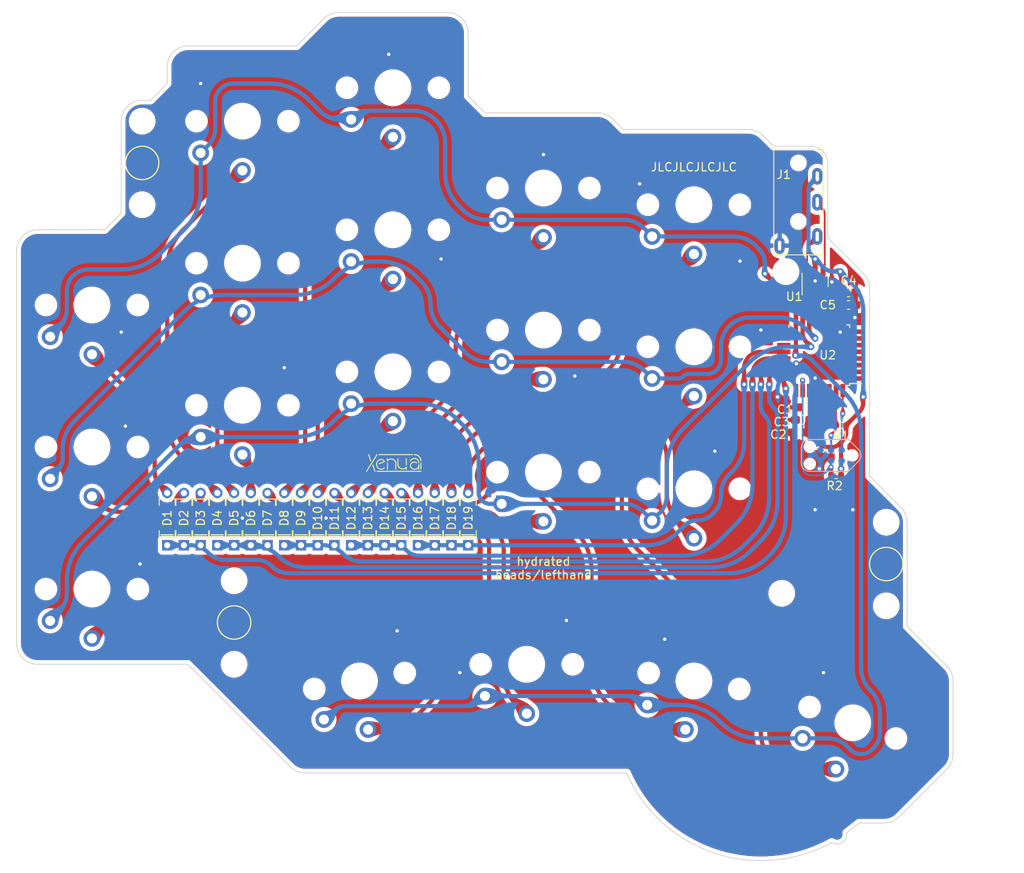
<source format=kicad_pcb>
(kicad_pcb (version 20211014) (generator pcbnew)

  (general
    (thickness 1.6)
  )

  (paper "A4")
  (layers
    (0 "F.Cu" signal)
    (31 "B.Cu" signal)
    (32 "B.Adhes" user "B.Adhesive")
    (33 "F.Adhes" user "F.Adhesive")
    (34 "B.Paste" user)
    (35 "F.Paste" user)
    (36 "B.SilkS" user "B.Silkscreen")
    (37 "F.SilkS" user "F.Silkscreen")
    (38 "B.Mask" user)
    (39 "F.Mask" user)
    (40 "Dwgs.User" user "User.Drawings")
    (41 "Cmts.User" user "User.Comments")
    (42 "Eco1.User" user "User.Eco1")
    (43 "Eco2.User" user "User.Eco2")
    (44 "Edge.Cuts" user)
    (45 "Margin" user)
    (46 "B.CrtYd" user "B.Courtyard")
    (47 "F.CrtYd" user "F.Courtyard")
    (48 "B.Fab" user)
    (49 "F.Fab" user)
    (50 "User.1" user)
    (51 "User.2" user)
    (52 "User.3" user)
    (53 "User.4" user)
    (54 "User.5" user)
    (55 "User.6" user)
    (56 "User.7" user)
    (57 "User.8" user)
    (58 "User.9" user)
  )

  (setup
    (stackup
      (layer "F.SilkS" (type "Top Silk Screen"))
      (layer "F.Paste" (type "Top Solder Paste"))
      (layer "F.Mask" (type "Top Solder Mask") (thickness 0.01))
      (layer "F.Cu" (type "copper") (thickness 0.035))
      (layer "dielectric 1" (type "core") (thickness 1.51) (material "FR4") (epsilon_r 4.5) (loss_tangent 0.02))
      (layer "B.Cu" (type "copper") (thickness 0.035))
      (layer "B.Mask" (type "Bottom Solder Mask") (thickness 0.01))
      (layer "B.Paste" (type "Bottom Solder Paste"))
      (layer "B.SilkS" (type "Bottom Silk Screen"))
      (copper_finish "None")
      (dielectric_constraints no)
    )
    (pad_to_mask_clearance 0)
    (pcbplotparams
      (layerselection 0x00010fc_ffffffff)
      (disableapertmacros false)
      (usegerberextensions false)
      (usegerberattributes true)
      (usegerberadvancedattributes true)
      (creategerberjobfile true)
      (svguseinch false)
      (svgprecision 6)
      (excludeedgelayer true)
      (plotframeref false)
      (viasonmask false)
      (mode 1)
      (useauxorigin false)
      (hpglpennumber 1)
      (hpglpenspeed 20)
      (hpglpendiameter 15.000000)
      (dxfpolygonmode true)
      (dxfimperialunits true)
      (dxfusepcbnewfont true)
      (psnegative false)
      (psa4output false)
      (plotreference true)
      (plotvalue true)
      (plotinvisibletext false)
      (sketchpadsonfab false)
      (subtractmaskfromsilk false)
      (outputformat 1)
      (mirror false)
      (drillshape 1)
      (scaleselection 1)
      (outputdirectory "")
    )
  )

  (net 0 "")
  (net 1 "GND")
  (net 2 "Net-(C1-Pad2)")
  (net 3 "+3V3")
  (net 4 "C_PINKY")
  (net 5 "Net-(D1-Pad2)")
  (net 6 "Net-(D2-Pad2)")
  (net 7 "Net-(D3-Pad2)")
  (net 8 "C_RING")
  (net 9 "Net-(D4-Pad2)")
  (net 10 "Net-(D5-Pad2)")
  (net 11 "Net-(D6-Pad2)")
  (net 12 "Net-(D7-Pad2)")
  (net 13 "C_MIDDLE")
  (net 14 "Net-(D8-Pad2)")
  (net 15 "Net-(D9-Pad2)")
  (net 16 "Net-(D10-Pad2)")
  (net 17 "Net-(D11-Pad2)")
  (net 18 "C_INDEX")
  (net 19 "Net-(D12-Pad2)")
  (net 20 "Net-(D13-Pad2)")
  (net 21 "Net-(D14-Pad2)")
  (net 22 "Net-(D15-Pad2)")
  (net 23 "C_INNER")
  (net 24 "Net-(D16-Pad2)")
  (net 25 "Net-(D17-Pad2)")
  (net 26 "Net-(D18-Pad2)")
  (net 27 "Net-(D19-Pad2)")
  (net 28 "/SWDIO")
  (net 29 "/RST")
  (net 30 "/SWCLK")
  (net 31 "unconnected-(J2-Pad6)")
  (net 32 "R_TOP")
  (net 33 "R_HOME")
  (net 34 "R_BOTTOM")
  (net 35 "R_THUMB")
  (net 36 "/SDA")
  (net 37 "Net-(J1-PadR2)")
  (net 38 "Net-(J1-PadR1)")
  (net 39 "unconnected-(U2-Pad1)")
  (net 40 "unconnected-(U2-Pad2)")
  (net 41 "unconnected-(U2-Pad3)")
  (net 42 "unconnected-(U2-Pad4)")
  (net 43 "unconnected-(U2-Pad5)")
  (net 44 "unconnected-(U2-Pad6)")
  (net 45 "unconnected-(U2-Pad7)")
  (net 46 "unconnected-(U2-Pad8)")
  (net 47 "/SCL")
  (net 48 "unconnected-(U2-Pad25)")
  (net 49 "unconnected-(U2-Pad27)")
  (net 50 "unconnected-(U2-Pad17)")
  (net 51 "unconnected-(U2-Pad18)")
  (net 52 "unconnected-(U2-Pad19)")

  (footprint "Resistor_SMD:R_0402_1005Metric_Pad0.72x0.64mm_HandSolder" (layer "F.Cu") (at 223 81.4))

  (footprint "MountingHole:MountingHole_2.2mm_M2_DIN965" (layer "F.Cu") (at 140 39))

  (footprint "mbk:Choc-1u-solder" (layer "F.Cu") (at 170 52))

  (footprint "mbk:Choc-1u-solder" (layer "F.Cu") (at 206 66))

  (footprint "mbk:Choc-1u-solder" (layer "F.Cu") (at 225 111 -20))

  (footprint "1N4148:DIOAD829W49L456D191" (layer "F.Cu") (at 173 86.5 90))

  (footprint "mbk:Choc-1u-solder" (layer "F.Cu") (at 152 39))

  (footprint "1N4148:DIOAD829W49L456D191" (layer "F.Cu") (at 169 86.5 90))

  (footprint "mbk:Choc-1u-solder" (layer "F.Cu") (at 152 73))

  (footprint "Package_QFP:TQFP-32_7x7mm_P0.8mm" (layer "F.Cu") (at 221 67 180))

  (footprint "Capacitor_SMD:C_0603_1608Metric_Pad1.08x0.95mm_HandSolder" (layer "F.Cu") (at 224.5 59.5))

  (footprint "mbk:Choc-1u-solder" (layer "F.Cu") (at 188 64))

  (footprint "mbk:Choc-1u-solder" (layer "F.Cu") (at 166 106 10))

  (footprint "MountingHole:MountingHole_2.2mm_M2_DIN965" (layer "F.Cu") (at 151 94))

  (footprint "mbk:Choc-1u-solder" (layer "F.Cu") (at 188 47))

  (footprint "1N4148:DIOAD829W49L456D191" (layer "F.Cu") (at 147 86.5 90))

  (footprint "mbk:Choc-1u-solder" (layer "F.Cu") (at 188 81))

  (footprint "Package_TO_SOT_SMD:SOT-23-6" (layer "F.Cu") (at 220.5 58 90))

  (footprint "MountingHole:MountingHole_2.2mm_M2_DIN965" (layer "F.Cu") (at 217 57))

  (footprint "MountingHole:MountingHole_2.2mm_M2_DIN965" (layer "F.Cu") (at 151 104))

  (footprint "1N4148:DIOAD829W49L456D191" (layer "F.Cu") (at 163 86.5 90))

  (footprint "MountingHole:MountingHole_2.2mm_M2_DIN965" (layer "F.Cu") (at 140 49))

  (footprint "1N4148:DIOAD829W49L456D191" (layer "F.Cu") (at 179 86.5 90))

  (footprint "pj320a:Jack_3.5mm_PJ320A_Horizontal" (layer "F.Cu") (at 218.5 44 -90))

  (footprint "mbk:Choc-1u-solder" (layer "F.Cu") (at 152 56))

  (footprint "MountingHole:MountingHole_2.2mm_M2_DIN965" (layer "F.Cu") (at 229 87))

  (footprint "xenua:sig" (layer "F.Cu") (at 166.845 80.905167))

  (footprint "1N4148:DIOAD829W49L456D191" (layer "F.Cu") (at 161 86.5 90))

  (footprint "Capacitor_SMD:C_0603_1608Metric_Pad1.08x0.95mm_HandSolder" (layer "F.Cu") (at 218.6 76.25 180))

  (footprint "mbk:Choc-1u-solder" (layer "F.Cu") (at 134 61))

  (footprint "MountingHole:MountingHole_2.2mm_M2_DIN965" (layer "F.Cu") (at 229 97))

  (footprint "Capacitor_SMD:C_0603_1608Metric_Pad1.08x0.95mm_HandSolder" (layer "F.Cu") (at 224.5 61))

  (footprint "1N4148:DIOAD829W49L456D191" (layer "F.Cu") (at 155 86.5 90))

  (footprint "1N4148:DIOAD829W49L456D191" (layer "F.Cu") (at 165 86.5 90))

  (footprint "Capacitor_SMD:C_0603_1608Metric_Pad1.08x0.95mm_HandSolder" (layer "F.Cu") (at 219.4 73.25))

  (footprint "mbk:Choc-1u-solder" (layer "F.Cu") (at 206 106 -10))

  (footprint "mbk:Choc-1u-solder" (layer "F.Cu") (at 134 95))

  (footprint "1N4148:DIOAD829W49L456D191" (layer "F.Cu") (at 175 86.5 90))

  (footprint "mbk:Choc-1u-solder" (layer "F.Cu") (at 186 104))

  (footprint "mbk:Choc-1u-solder" (layer "F.Cu") (at 206 83))

  (footprint "mbk:Choc-1u-solder" (layer "F.Cu") (at 206 49))

  (footprint "1N4148:DIOAD829W49L456D191" (layer "F.Cu") (at 159 86.5 90))

  (footprint "mbk:Choc-1u-solder" (layer "F.Cu") (at 170 69))

  (footprint "1N4148:DIOAD829W49L456D191" (layer "F.Cu") (at 177 86.5 90))

  (footprint "1N4148:DIOAD829W49L456D191" (layer "F.Cu") (at 171 86.5 90))

  (footprint "mbk:Choc-1u-solder" (layer "F.Cu") (at 170 35))

  (footprint "Capacitor_SMD:C_0603_1608Metric_Pad1.08x0.95mm_HandSolder" (layer "F.Cu") (at 219 74.75 180))

  (footprint "1N4148:DIOAD829W49L456D191" (layer "F.Cu") (at 151 86.5 90))

  (footprint "1N4148:DIOAD829W49L456D191" (layer "F.Cu")
    (tedit 6235BD20) (tstamp df564e8b-d66b-40b6-bde5-5ff9f0ff8e95)
    (at 167 86.5 90)
    (property "Sheetfile" "lefthand.kicad_sch")
    (property "Sheetname" "")
    (path "/7bdb6f7b-2baf-4804-8f13-e123d254df9b")
    (attr through_hole)
    (fp_text reference "D13" (at 0 0 90) (layer "F.SilkS")
      (effects (font (size 1.000102 1.000102) (thickness 0.15)))
      (tstamp 9641733c-5ee2-4cf4-91c8-16d379e578fd)
    )
    (fp_text value "D24" (at 0 2 90) (layer "F.Fab")
      (effects (font (size 1.001921 1.001921) (thickness 0.15)))
      (tstamp d49d921a-817f-46ac-bafe-9681eec3130b)
    )
    (fp_line (start -2.28 -0.96) (end -1.52 -0.96) (layer "F.SilkS") (width 0.127) (tstamp 01701e87-8af5-452b-b0fa-15168bf5afad))
    (fp_line (start -2.28 0) (end -2.28 0.95) (layer "F.SilkS") (width 0.127) (tstamp 34d00d86-50cf-4ffa-81c9-fabf926b7ea9))
    (fp_line (start 2.28 0) (end 2.28 0.96) (layer "F.SilkS") (width 0.127) (tstamp 5c5dbe74-29a7-4d20-ab3c-e9670b33c916))
    (fp_line (start 2.28 -0.95) (end 2.28 0) (layer "F.SilkS") (width 0.127) (tstamp 8a174f7c-4232-4bc4-ae4f-3cdd754ee3ed))
    (fp_line (start -2 -0.75) (end -2 0.75) (layer "F.SilkS") (width 0.12) (tstamp a124ed83-2bd7-417a-8f72-71a3edf9d05e))
    (fp_line (start 1.52 -0.96) (end 2.28 -0.96) (layer "F.SilkS") (width 0.127) (tstamp a4381def-dbbd-41fb-8cd7-568ab22d71c6))
    (fp_line (start -2.28 0.96) (end -1.52 0.96) (layer "F.SilkS") (width 0.127) (tstamp aedb11d8-d017-4be4-8170-3a722529b7d0))
    (fp_line (start -2.28 -0.96) (end -2.28 0) (layer "F.SilkS") (width 0.127) (tstamp c1ebe77a-9253-4537-8204-9d03ba9b1c07))
    (fp_line (start 1.52 0.96) (end 2.28 0.96) (layer "F.SilkS") (width 0.127) (tstamp d8bd9e6a-8d8d-49c1-8f7d-47d779849dfd))
    (fp_line (start -2.53 1) (end -2.53 0.815) (layer "F.CrtYd") (width 0.05) (tstamp 0409ba0e-ca27-49b6-ab9c-3c4a1b3abdab))
    (fp_line (start -4 -0.815) (end -4 0.815) (layer "F.CrtYd") (width 0.05) (tstamp 0e5ea6f8-eb74-45f6-9d9d-bf5ef313583a))
    (fp_line (start 2.53 1) (end -2.53 1) (layer "F.CrtYd") (width 0.05) (tstamp 23a3b99a-5a38-433b-a4f0-32e884be463b))
    (fp_line (start 3.75 -0.815) (end 3.75 0.815) (layer "F.CrtYd") (width 0.05) (tstamp 3cd75c2f-6a1d-4b03-81a4-fafefc464efc))
    (fp_line (start 3.75 -0.815) (end 2.53 -0.815) (layer "F.CrtYd") (width 0.05) (tstamp 4ca4fc9a-4b15-41df-ada7-6adcfe0a4be0))
    (fp_line (start -2.53 -1) (end -2.53 -0.815) (layer "F.CrtYd") (width 0.05) (tstamp 51
... [2161917 chars truncated]
</source>
